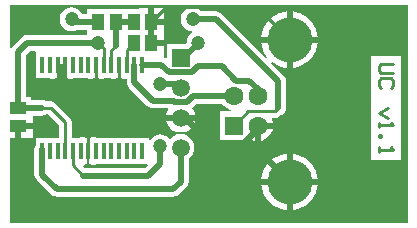
<source format=gtl>
G04 Layer_Physical_Order=1*
G04 Layer_Color=39423*
%FSLAX25Y25*%
%MOIN*%
G70*
G01*
G75*
%ADD10R,0.01370X0.05500*%
%ADD11R,0.04331X0.05512*%
%ADD12R,0.05512X0.04331*%
%ADD13C,0.02000*%
%ADD14C,0.01102*%
%ADD15C,0.00984*%
%ADD16C,0.01000*%
%ADD17R,0.05906X0.05906*%
%ADD18C,0.05906*%
%ADD19C,0.14961*%
%ADD20R,0.06299X0.06299*%
%ADD21C,0.06299*%
%ADD22C,0.04724*%
G36*
X134696Y2115D02*
X2115D01*
Y30315D01*
X3937D01*
Y34449D01*
X4921D01*
Y35433D01*
X9646D01*
Y37757D01*
X12795D01*
X13467Y37846D01*
X14094Y38105D01*
X14200Y38187D01*
X14850D01*
X18403Y34634D01*
Y30285D01*
X10634D01*
Y27847D01*
X10385Y27247D01*
X10297Y26575D01*
Y18130D01*
X10385Y17458D01*
X10645Y16831D01*
X11057Y16294D01*
X15880Y11471D01*
X16418Y11058D01*
X17044Y10799D01*
X17717Y10710D01*
X56614D01*
X57286Y10799D01*
X57913Y11058D01*
X58451Y11471D01*
X60891Y13912D01*
X61304Y14449D01*
X61564Y15076D01*
X61652Y15748D01*
Y23372D01*
X62284Y23857D01*
X63010Y24803D01*
X63466Y25905D01*
X63622Y27087D01*
X63466Y28269D01*
X63010Y29370D01*
X62284Y30316D01*
X61338Y31041D01*
X60237Y31498D01*
X59187Y31636D01*
Y32140D01*
X60340Y32292D01*
X61537Y32788D01*
X62565Y33577D01*
X63354Y34605D01*
X63850Y35802D01*
X63889Y36102D01*
X59055D01*
X54221D01*
X54260Y35802D01*
X54756Y34605D01*
X55545Y33577D01*
X56573Y32788D01*
X57770Y32292D01*
X58924Y32140D01*
Y31636D01*
X57873Y31498D01*
X56772Y31041D01*
X55826Y30316D01*
X55669Y30112D01*
X55169D01*
X54973Y30367D01*
X54151Y30998D01*
X53193Y31395D01*
X52165Y31530D01*
X51138Y31395D01*
X50180Y30998D01*
X49358Y30367D01*
X48921Y29798D01*
X48421Y29968D01*
Y30285D01*
X30902D01*
Y30679D01*
X29232D01*
Y30286D01*
X28547D01*
Y25961D01*
Y21636D01*
X29232D01*
Y21242D01*
X30902D01*
Y21636D01*
X47768D01*
X47975Y21136D01*
X47153Y20314D01*
X27043D01*
X26577Y20780D01*
X26768Y21242D01*
X27264D01*
Y21636D01*
X27949D01*
Y25961D01*
Y30286D01*
X27264D01*
Y30679D01*
X25594D01*
Y30285D01*
X22738D01*
Y35531D01*
X22573Y36361D01*
X22104Y37064D01*
X22104Y37064D01*
X17281Y41887D01*
X16578Y42357D01*
X15748Y42522D01*
X15748Y42522D01*
X14200D01*
X14094Y42603D01*
X13467Y42863D01*
X12795Y42951D01*
X9252D01*
Y44094D01*
X7518D01*
Y57979D01*
X8950Y59411D01*
X10274D01*
X10634Y59073D01*
Y50423D01*
X15358D01*
Y50029D01*
X17028D01*
Y50423D01*
X17713D01*
Y54748D01*
X18996D01*
Y50029D01*
X19587D01*
Y54748D01*
X20870D01*
Y50423D01*
X21555D01*
Y50029D01*
X23224D01*
Y50423D01*
X28154D01*
Y50029D01*
X29823D01*
Y50423D01*
X30508D01*
Y54748D01*
X31106D01*
Y50423D01*
X31791D01*
Y50029D01*
X33461D01*
Y50423D01*
X35831D01*
Y50029D01*
X37500D01*
Y50423D01*
X38185D01*
Y54748D01*
X38783D01*
Y50423D01*
X39469D01*
Y50029D01*
X41005D01*
Y48917D01*
X41094Y48245D01*
X41353Y47619D01*
X41766Y47081D01*
X47927Y40920D01*
X48465Y40507D01*
X49092Y40247D01*
X49764Y40159D01*
X54644D01*
X54865Y39710D01*
X54756Y39568D01*
X54260Y38371D01*
X54221Y38071D01*
X59055D01*
X63889D01*
X63850Y38371D01*
X63354Y39568D01*
X62840Y40239D01*
X62937Y40313D01*
X64318Y41694D01*
X72809D01*
X73402Y40922D01*
X74389Y40165D01*
X75538Y39689D01*
X75655Y39673D01*
X75622Y39173D01*
X72047D01*
Y29724D01*
X81496D01*
Y29849D01*
X81945Y30070D01*
X82064Y29978D01*
X83310Y29463D01*
X83661Y29416D01*
Y34449D01*
X84646D01*
Y35433D01*
X89678D01*
X89632Y35785D01*
X89315Y36551D01*
X89593Y36966D01*
X90315D01*
X90315Y36966D01*
X91145Y37131D01*
X91848Y37601D01*
X92075Y37828D01*
X92208Y37846D01*
X92834Y38105D01*
X93372Y38518D01*
X93784Y39056D01*
X94044Y39682D01*
X94133Y40354D01*
Y49213D01*
X94044Y49885D01*
X93784Y50511D01*
X93372Y51049D01*
X89210Y55211D01*
X89546Y55582D01*
X90040Y55177D01*
X91682Y54299D01*
X93463Y53759D01*
X94331Y53673D01*
Y62087D01*
X85917D01*
X86003Y61219D01*
X86543Y59438D01*
X87421Y57796D01*
X87826Y57302D01*
X87455Y56965D01*
X72702Y71718D01*
X72165Y72131D01*
X71538Y72390D01*
X70866Y72479D01*
X65962D01*
X65800Y72690D01*
X64978Y73321D01*
X64020Y73718D01*
X62992Y73853D01*
X61964Y73718D01*
X61007Y73321D01*
X60184Y72690D01*
X59553Y71867D01*
X59157Y70910D01*
X59021Y69882D01*
X59157Y68854D01*
X59553Y67896D01*
X60184Y67074D01*
X61007Y66443D01*
X61964Y66046D01*
X62838Y65931D01*
X62940Y65571D01*
X62938Y65418D01*
X62153Y64816D01*
X61522Y63993D01*
X61125Y63036D01*
X60990Y62008D01*
X60566Y61614D01*
X54528D01*
Y57095D01*
X54028Y56849D01*
X53834Y56997D01*
X53743Y57035D01*
X53347Y57284D01*
Y61024D01*
X49213D01*
Y62992D01*
X53347D01*
Y64173D01*
Y67913D01*
X49213D01*
Y68898D01*
X48228D01*
Y73622D01*
X45079D01*
Y73228D01*
X27756D01*
Y71495D01*
X26231D01*
X26077Y71867D01*
X25446Y72690D01*
X24623Y73321D01*
X23666Y73718D01*
X22638Y73853D01*
X21610Y73718D01*
X20652Y73321D01*
X19830Y72690D01*
X19199Y71867D01*
X18802Y70910D01*
X18667Y69882D01*
X18802Y68854D01*
X19199Y67896D01*
X19830Y67074D01*
X20652Y66443D01*
X21610Y66046D01*
X22638Y65911D01*
X23666Y66046D01*
X24280Y66301D01*
X27756D01*
Y64605D01*
X7874D01*
X7202Y64516D01*
X6576Y64257D01*
X6038Y63844D01*
X3085Y60891D01*
X2672Y60354D01*
X2615Y60217D01*
X2115Y60316D01*
Y74656D01*
X134696D01*
Y2115D01*
D02*
G37*
%LPC*%
G36*
X96299Y25067D02*
Y16654D01*
X104713D01*
X104627Y17522D01*
X104087Y19303D01*
X103209Y20944D01*
X102029Y22383D01*
X100590Y23564D01*
X98948Y24441D01*
X97167Y24981D01*
X96299Y25067D01*
D02*
G37*
G36*
X132494Y57693D02*
X122425D01*
Y23025D01*
X132494D01*
Y57693D01*
D02*
G37*
G36*
X94331Y14685D02*
X85917D01*
X86003Y13817D01*
X86543Y12036D01*
X87421Y10394D01*
X88601Y8956D01*
X90040Y7775D01*
X91682Y6898D01*
X93463Y6357D01*
X94331Y6272D01*
Y14685D01*
D02*
G37*
G36*
X104713D02*
X96299D01*
Y6272D01*
X97167Y6357D01*
X98948Y6898D01*
X100590Y7775D01*
X102029Y8956D01*
X103209Y10394D01*
X104087Y12036D01*
X104627Y13817D01*
X104713Y14685D01*
D02*
G37*
G36*
X94331Y25067D02*
X93463Y24981D01*
X91682Y24441D01*
X90040Y23564D01*
X88601Y22383D01*
X87421Y20944D01*
X86543Y19303D01*
X86003Y17522D01*
X85917Y16654D01*
X94331D01*
Y25067D01*
D02*
G37*
G36*
X89678Y33465D02*
X85630D01*
Y29416D01*
X85982Y29463D01*
X87227Y29978D01*
X88296Y30799D01*
X89116Y31868D01*
X89632Y33113D01*
X89678Y33465D01*
D02*
G37*
G36*
X96299Y72469D02*
Y64055D01*
X104713D01*
X104627Y64923D01*
X104087Y66704D01*
X103209Y68346D01*
X102029Y69784D01*
X100590Y70965D01*
X98948Y71843D01*
X97167Y72383D01*
X96299Y72469D01*
D02*
G37*
G36*
X53347Y73622D02*
X50197D01*
Y69882D01*
X53347D01*
Y73622D01*
D02*
G37*
G36*
X94331Y72469D02*
X93463Y72383D01*
X91682Y71843D01*
X90040Y70965D01*
X88601Y69784D01*
X87421Y68346D01*
X86543Y66704D01*
X86003Y64923D01*
X85917Y64055D01*
X94331D01*
Y72469D01*
D02*
G37*
G36*
X9646Y33465D02*
X5906D01*
Y30315D01*
X9646D01*
Y33465D01*
D02*
G37*
G36*
X104713Y62087D02*
X96299D01*
Y53673D01*
X97167Y53759D01*
X98948Y54299D01*
X100590Y55177D01*
X102029Y56357D01*
X103209Y57796D01*
X104087Y59438D01*
X104627Y61219D01*
X104713Y62087D01*
D02*
G37*
%LPD*%
D10*
X41043Y25961D02*
D03*
X43602D02*
D03*
X46161D02*
D03*
X38484D02*
D03*
X35925D02*
D03*
X33366D02*
D03*
X30807D02*
D03*
X28248D02*
D03*
X25689D02*
D03*
X23130D02*
D03*
X20571D02*
D03*
X18012D02*
D03*
X15453D02*
D03*
X12894D02*
D03*
X41043Y54748D02*
D03*
X43602D02*
D03*
X46161D02*
D03*
X38484D02*
D03*
X35925D02*
D03*
X33366D02*
D03*
X30807D02*
D03*
X28248D02*
D03*
X25689D02*
D03*
X23130D02*
D03*
X20571D02*
D03*
X18012D02*
D03*
X15453D02*
D03*
X12894D02*
D03*
D11*
X49213Y62008D02*
D03*
Y68898D02*
D03*
X43307D02*
D03*
Y62008D02*
D03*
X37402Y68898D02*
D03*
X31496D02*
D03*
D12*
X4921Y34449D02*
D03*
Y40354D02*
D03*
D13*
X13780Y4921D02*
X58071D01*
X68819Y15669D01*
X95315D01*
X84646Y26339D01*
Y33217D01*
Y34449D01*
Y33217D02*
X78003Y26575D01*
X70866D01*
X60354Y37087D01*
X59055D01*
X33465D01*
X43602Y48917D02*
X49764Y42756D01*
X56404D01*
X57010Y42150D01*
X61100D01*
X63242Y44291D01*
X76772D01*
X77543Y49425D02*
X81906D01*
X84646Y46685D01*
Y44291D01*
X91535Y40354D02*
Y49213D01*
X70866Y69882D01*
X62992D01*
X64961Y62008D02*
X60039Y57087D01*
X59055D01*
X64814Y54134D02*
X72835D01*
X77543Y49425D01*
X64814Y54134D02*
X62830Y52150D01*
X55134D01*
X52535Y54748D01*
X46193D01*
X43602D02*
Y48917D01*
X52165Y48228D02*
X57913D01*
X59055Y47087D01*
X49213Y62008D02*
Y68898D01*
X43307D02*
X37402D01*
Y61024D01*
X31496Y62008D02*
X7874D01*
X4921Y59055D01*
Y40354D01*
X4921Y40354D01*
X12795D01*
X12894Y26575D02*
Y18130D01*
X17717Y13307D01*
X56614D01*
X59055Y15748D01*
Y27087D01*
X52165Y27559D02*
Y21654D01*
X48228Y17717D01*
X26575D01*
X13780Y4921D02*
X4921Y13780D01*
Y34449D01*
X23937Y40039D02*
X26240D01*
X23937D02*
X19685Y44291D01*
X20177Y44783D01*
X20669Y44291D02*
X30512D01*
X36417D01*
X38484Y46358D01*
X31496Y68898D02*
X23622D01*
X22638Y69882D01*
D14*
X23130Y21161D02*
X26575Y17717D01*
X23130Y21161D02*
Y25961D01*
X20571D02*
Y35531D01*
X15748Y40354D01*
X12795D01*
X28248Y25961D02*
Y38032D01*
X29193Y37087D01*
X33465D01*
X30807Y44587D02*
Y54748D01*
X33366D02*
Y60138D01*
X31496Y62008D01*
X35925Y59547D02*
X37402Y61024D01*
X35925Y59547D02*
Y54748D01*
X38484D02*
Y46358D01*
X30807Y44587D02*
X30512Y44291D01*
X41043Y54748D02*
Y59744D01*
X42323Y61024D01*
X49213Y68898D02*
X54134Y73819D01*
X84567D01*
X95315Y63071D01*
X81457Y39134D02*
X90315D01*
X91535Y40354D01*
X81457Y39134D02*
X76772Y34449D01*
X20571Y54748D02*
X18012D01*
Y46949D01*
X18996Y45965D01*
X20177Y44783D01*
X20571Y44390D01*
Y54748D01*
Y44390D02*
X20669Y44291D01*
X26240Y40039D02*
X28248Y38032D01*
D15*
X41043Y53248D02*
Y54748D01*
X35925D02*
Y53248D01*
X33366D02*
Y54748D01*
D16*
X125000Y25600D02*
Y26420D01*
X129920D01*
X129100Y27240D01*
Y35439D02*
X129920Y34620D01*
X125000D01*
Y33799D01*
Y35439D01*
Y38719D02*
X128280Y37079D01*
Y40359D02*
X125000Y38719D01*
Y31340D02*
X125820D01*
Y30520D01*
X125000D01*
Y31340D01*
Y27240D02*
Y25600D01*
X129100Y46919D02*
X129920Y47739D01*
Y49378D01*
X129100Y50198D01*
X125820D01*
X125000Y49378D01*
Y47739D01*
X125820Y46919D01*
Y51838D02*
X129920D01*
Y55118D02*
X125820D01*
X125000Y54298D01*
Y52658D01*
X125820Y51838D01*
D17*
X59055Y57087D02*
D03*
D18*
X59055Y27087D02*
D03*
Y37087D02*
D03*
Y47087D02*
D03*
D19*
X95315Y15669D02*
D03*
Y63071D02*
D03*
D20*
X76772Y34449D02*
D03*
D21*
X76772Y44291D02*
D03*
X84646Y34449D02*
D03*
Y44291D02*
D03*
D22*
X52165Y27559D02*
D03*
X52165Y48228D02*
D03*
X64961Y62008D02*
D03*
X62992Y69882D02*
D03*
X31496Y62008D02*
D03*
X22638Y69882D02*
D03*
M02*

</source>
